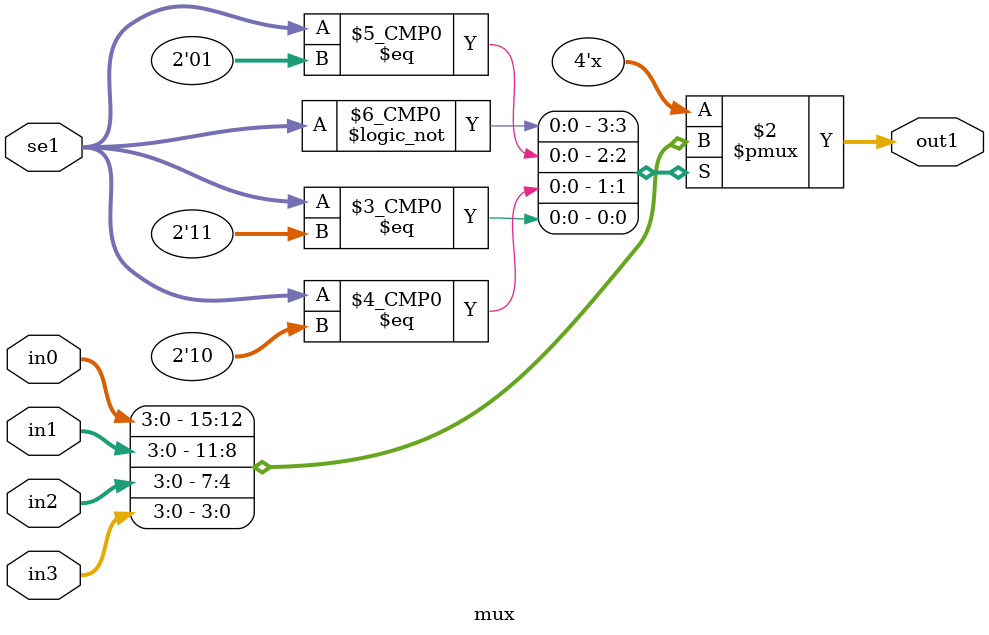
<source format=v>
`timescale 1ns / 1ps
module mux(
input [3:0] in0,
input [3:0] in1,
input [3:0] in2,
input [3:0] in3,
input [1:0]se1,
output reg [3:0] out1
);
always @(se1 or in0 or in1 or in2 or in3)
begin
 case(se1)
 2'b00: out1=in0;
 2'b01: out1=in1;
 2'b10: out1=in2;
 2'b11: out1=in3;
 endcase
end 
 
    
endmodule
</source>
